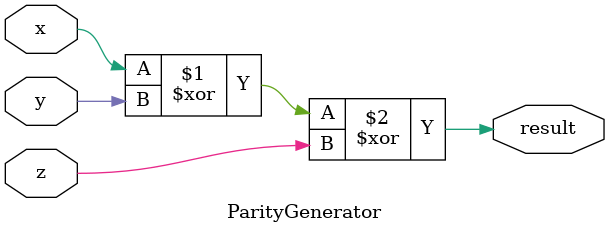
<source format=v>
module ParityGenerator(
input x,y,z,
output result);
xor (result,x,y,z);  
endmodule
</source>
